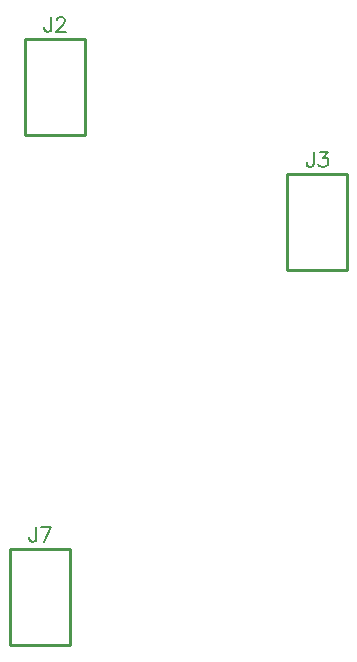
<source format=gbr>
G04 DipTrace 3.0.0.1*
G04 TopSilk.gbr*
%MOMM*%
G04 #@! TF.FileFunction,Legend,Top*
G04 #@! TF.Part,Single*
%ADD10C,0.25*%
%ADD82C,0.19608*%
%FSLAX35Y35*%
G04*
G71*
G90*
G75*
G01*
G04 TopSilk*
%LPD*%
X1397000Y7518000D2*
D10*
X889000D1*
Y6706000D1*
X1397000D1*
Y7518000D1*
X3619500Y6375000D2*
X3111500D1*
Y5563000D1*
X3619500D1*
Y6375000D1*
X1270000Y3200000D2*
X762000D1*
Y2388000D1*
X1270000D1*
Y3200000D1*
X1111249Y7703987D2*
D82*
Y7606840D1*
X1105212Y7588590D1*
X1099035Y7582554D1*
X1086962Y7576377D1*
X1074749D1*
X1062676Y7582554D1*
X1056639Y7588590D1*
X1050462Y7606840D1*
Y7618914D1*
X1156641Y7673523D2*
Y7679560D1*
X1162678Y7691773D1*
X1168715Y7697810D1*
X1180928Y7703846D1*
X1205215D1*
X1217288Y7697810D1*
X1223324Y7691773D1*
X1229501Y7679560D1*
Y7667487D1*
X1223324Y7655273D1*
X1211251Y7637164D1*
X1150465Y7576377D1*
X1235538D1*
X3333749Y6560987D2*
Y6463840D1*
X3327712Y6445590D1*
X3321535Y6439554D1*
X3309462Y6433377D1*
X3297249D1*
X3285176Y6439554D1*
X3279139Y6445590D1*
X3272962Y6463840D1*
Y6475914D1*
X3385178Y6560846D2*
X3451861D1*
X3415501Y6512273D1*
X3433751D1*
X3445824Y6506237D1*
X3451861Y6500200D1*
X3458038Y6481950D1*
Y6469877D1*
X3451861Y6451627D1*
X3439788Y6439414D1*
X3421538Y6433377D1*
X3403288D1*
X3385178Y6439414D1*
X3379141Y6445590D1*
X3372965Y6457664D1*
X984249Y3385987D2*
Y3288840D1*
X978212Y3270590D1*
X972035Y3264554D1*
X959962Y3258377D1*
X947749D1*
X935676Y3264554D1*
X929639Y3270590D1*
X923462Y3288840D1*
Y3300914D1*
X1047751Y3258377D2*
X1108538Y3385846D1*
X1023465D1*
M02*

</source>
